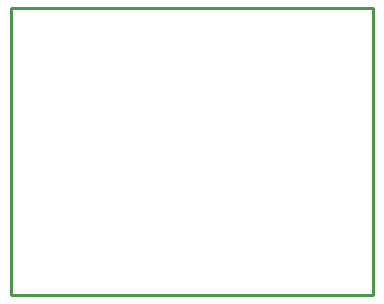
<source format=gbr>
G04 EAGLE Gerber RS-274X export*
G75*
%MOMM*%
%FSLAX34Y34*%
%LPD*%
%IN*%
%IPPOS*%
%AMOC8*
5,1,8,0,0,1.08239X$1,22.5*%
G01*
%ADD10C,0.254000*%


D10*
X-5080Y0D02*
X302060Y0D01*
X302060Y243080D01*
X-5080Y243080D01*
X-5080Y0D01*
M02*

</source>
